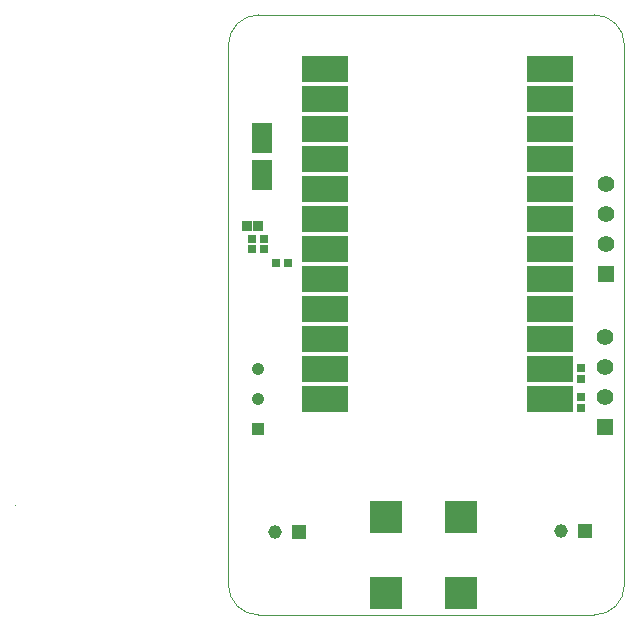
<source format=gts>
G04 Layer_Color=8388736*
%FSLAX25Y25*%
%MOIN*%
G70*
G01*
G75*
%ADD19C,0.00050*%
%ADD20C,0.00025*%
%ADD50R,0.03162X0.03162*%
%ADD51R,0.03162X0.02769*%
%ADD52R,0.06706X0.10446*%
%ADD53R,0.03320X0.03320*%
%ADD54R,0.15800X0.08800*%
%ADD55R,0.10721X0.10721*%
%ADD56R,0.04540X0.04540*%
%ADD57C,0.04540*%
%ADD58R,0.05524X0.05524*%
%ADD59C,0.05524*%
%ADD60C,0.04147*%
%ADD61R,0.04147X0.04147*%
%ADD62C,0.04800*%
D19*
X-65500Y-90000D02*
G03*
X-55500Y-100000I10000J0D01*
G01*
X56500D02*
G03*
X66500Y-90000I0J10000D01*
G01*
Y90000D02*
G03*
X56500Y100000I-10000J0D01*
G01*
X-55500D02*
G03*
X-65500Y90000I0J-10000D01*
G01*
X-55500Y100000D02*
X56500D01*
X-65500Y-90000D02*
Y90000D01*
X-55500Y-100000D02*
X56500D01*
X66500Y-90000D02*
Y90000D01*
D20*
X-136538Y-63500D02*
G03*
X-136538Y-63500I-13J0D01*
G01*
D50*
X-53700Y25372D02*
D03*
Y21828D02*
D03*
X52000Y-21272D02*
D03*
Y-17728D02*
D03*
Y-30972D02*
D03*
Y-27428D02*
D03*
X-57800Y21828D02*
D03*
Y25372D02*
D03*
D51*
X-49537Y17400D02*
D03*
X-45600D02*
D03*
D52*
X-54200Y46600D02*
D03*
Y58805D02*
D03*
D53*
X-59400Y29700D02*
D03*
X-55778D02*
D03*
D54*
X41639Y-28022D02*
D03*
X41638Y-18022D02*
D03*
Y-8022D02*
D03*
Y1976D02*
D03*
Y11976D02*
D03*
Y21976D02*
D03*
Y31976D02*
D03*
Y41976D02*
D03*
Y51976D02*
D03*
Y61976D02*
D03*
Y71976D02*
D03*
Y81976D02*
D03*
X-33439Y21976D02*
D03*
X-33441Y-28022D02*
D03*
X-33439Y-18024D02*
D03*
Y-8024D02*
D03*
Y1976D02*
D03*
Y11976D02*
D03*
Y31976D02*
D03*
Y41976D02*
D03*
Y51976D02*
D03*
Y61976D02*
D03*
Y71976D02*
D03*
Y81976D02*
D03*
D55*
X-13059Y-67441D02*
D03*
Y-92559D02*
D03*
X12059D02*
D03*
Y-67441D02*
D03*
D56*
X-42000Y-72500D02*
D03*
X53374Y-72000D02*
D03*
D57*
X-49874Y-72500D02*
D03*
X45500Y-72000D02*
D03*
D58*
X60000Y-37500D02*
D03*
X60500Y13500D02*
D03*
D59*
X60000Y-27500D02*
D03*
Y-17500D02*
D03*
Y-7500D02*
D03*
X60500Y43500D02*
D03*
Y33500D02*
D03*
Y23500D02*
D03*
D60*
X-55500Y-18000D02*
D03*
Y-28000D02*
D03*
D61*
Y-38000D02*
D03*
D62*
X39138Y-18022D02*
D03*
X39139Y-28022D02*
D03*
X39138Y-8022D02*
D03*
Y1976D02*
D03*
Y11976D02*
D03*
Y21976D02*
D03*
Y31976D02*
D03*
Y41976D02*
D03*
Y51976D02*
D03*
Y61976D02*
D03*
Y71976D02*
D03*
Y81976D02*
D03*
X-30941Y-28022D02*
D03*
X-30939Y-18024D02*
D03*
Y-8024D02*
D03*
Y1976D02*
D03*
Y11976D02*
D03*
Y21976D02*
D03*
Y31976D02*
D03*
Y41976D02*
D03*
Y51976D02*
D03*
Y61976D02*
D03*
X-30941Y71978D02*
D03*
Y81978D02*
D03*
M02*

</source>
